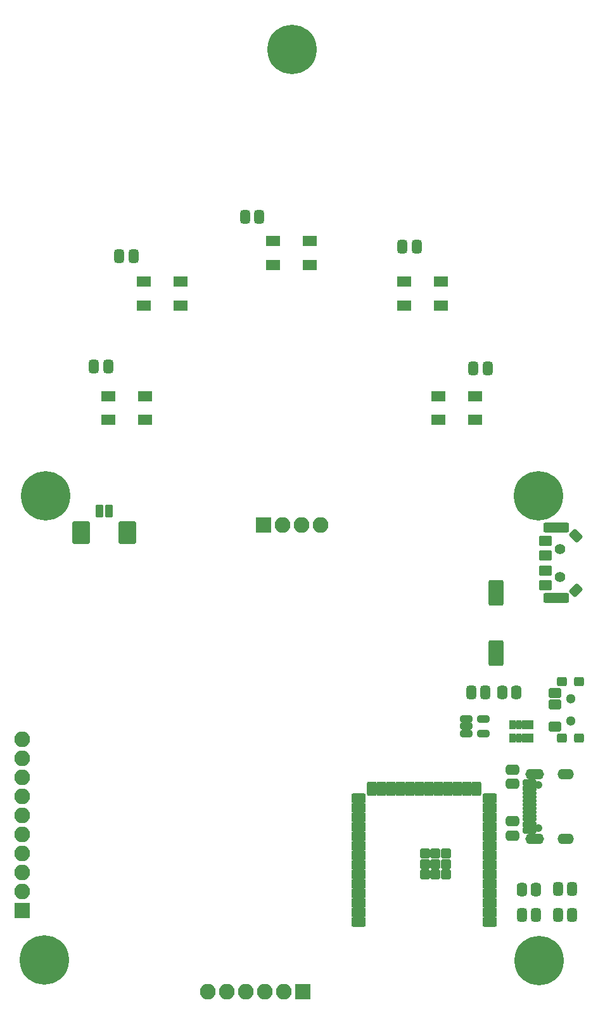
<source format=gbr>
%TF.GenerationSoftware,KiCad,Pcbnew,(6.99.0-1615-g403992a6f4-dirty)*%
%TF.CreationDate,2022-06-06T14:57:22-05:00*%
%TF.ProjectId,DeauthBottom,44656175-7468-4426-9f74-746f6d2e6b69,rev?*%
%TF.SameCoordinates,Original*%
%TF.FileFunction,Soldermask,Top*%
%TF.FilePolarity,Negative*%
%FSLAX46Y46*%
G04 Gerber Fmt 4.6, Leading zero omitted, Abs format (unit mm)*
G04 Created by KiCad (PCBNEW (6.99.0-1615-g403992a6f4-dirty)) date 2022-06-06 14:57:22*
%MOMM*%
%LPD*%
G01*
G04 APERTURE LIST*
G04 Aperture macros list*
%AMRoundRect*
0 Rectangle with rounded corners*
0 $1 Rounding radius*
0 $2 $3 $4 $5 $6 $7 $8 $9 X,Y pos of 4 corners*
0 Add a 4 corners polygon primitive as box body*
4,1,4,$2,$3,$4,$5,$6,$7,$8,$9,$2,$3,0*
0 Add four circle primitives for the rounded corners*
1,1,$1+$1,$2,$3*
1,1,$1+$1,$4,$5*
1,1,$1+$1,$6,$7*
1,1,$1+$1,$8,$9*
0 Add four rect primitives between the rounded corners*
20,1,$1+$1,$2,$3,$4,$5,0*
20,1,$1+$1,$4,$5,$6,$7,0*
20,1,$1+$1,$6,$7,$8,$9,0*
20,1,$1+$1,$8,$9,$2,$3,0*%
G04 Aperture macros list end*
%ADD10C,6.600000*%
%ADD11RoundRect,0.450000X-0.262500X-0.450000X0.262500X-0.450000X0.262500X0.450000X-0.262500X0.450000X0*%
%ADD12RoundRect,0.200000X-0.950000X-1.300000X0.950000X-1.300000X0.950000X1.300000X-0.950000X1.300000X0*%
%ADD13RoundRect,0.200000X-0.300000X-0.675000X0.300000X-0.675000X0.300000X0.675000X-0.300000X0.675000X0*%
%ADD14RoundRect,0.450000X-0.250000X-0.475000X0.250000X-0.475000X0.250000X0.475000X-0.250000X0.475000X0*%
%ADD15RoundRect,0.200000X-0.250000X0.400000X-0.250000X-0.400000X0.250000X-0.400000X0.250000X0.400000X0*%
%ADD16RoundRect,0.200000X-0.200000X0.400000X-0.200000X-0.400000X0.200000X-0.400000X0.200000X0.400000X0*%
%ADD17RoundRect,0.200000X-0.750000X-0.500000X0.750000X-0.500000X0.750000X0.500000X-0.750000X0.500000X0*%
%ADD18RoundRect,0.200000X-1.500000X0.450000X-1.500000X-0.450000X1.500000X-0.450000X1.500000X0.450000X0*%
%ADD19RoundRect,0.200000X0.141421X-0.707107X0.707107X-0.141421X-0.141421X0.707107X-0.707107X0.141421X0*%
%ADD20C,1.400000*%
%ADD21RoundRect,0.200000X-0.707107X-0.141421X-0.141421X-0.707107X0.707107X0.141421X0.141421X0.707107X0*%
%ADD22RoundRect,0.200000X-0.650000X0.500000X-0.650000X-0.500000X0.650000X-0.500000X0.650000X0.500000X0*%
%ADD23RoundRect,0.450000X0.250000X0.475000X-0.250000X0.475000X-0.250000X-0.475000X0.250000X-0.475000X0*%
%ADD24RoundRect,0.200000X0.850000X0.850000X-0.850000X0.850000X-0.850000X-0.850000X0.850000X-0.850000X0*%
%ADD25O,2.100000X2.100000*%
%ADD26RoundRect,0.350000X-0.512500X-0.150000X0.512500X-0.150000X0.512500X0.150000X-0.512500X0.150000X0*%
%ADD27RoundRect,0.450000X-0.475000X0.250000X-0.475000X-0.250000X0.475000X-0.250000X0.475000X0.250000X0*%
%ADD28C,1.050000*%
%ADD29RoundRect,0.200000X0.700000X-0.125000X0.700000X0.125000X-0.700000X0.125000X-0.700000X-0.125000X0*%
%ADD30O,2.500000X1.400000*%
%ADD31O,2.200000X1.400000*%
%ADD32C,1.300000*%
%ADD33RoundRect,0.200000X-0.625000X0.450000X-0.625000X-0.450000X0.625000X-0.450000X0.625000X0.450000X0*%
%ADD34RoundRect,0.200000X-0.450000X0.400000X-0.450000X-0.400000X0.450000X-0.400000X0.450000X0.400000X0*%
%ADD35RoundRect,0.200000X0.850000X-0.850000X0.850000X0.850000X-0.850000X0.850000X-0.850000X-0.850000X0*%
%ADD36RoundRect,0.200000X0.750000X0.450000X-0.750000X0.450000X-0.750000X-0.450000X0.750000X-0.450000X0*%
%ADD37RoundRect,0.200000X-0.450000X0.750000X-0.450000X-0.750000X0.450000X-0.750000X0.450000X0.750000X0*%
%ADD38RoundRect,0.200000X-0.750000X-0.450000X0.750000X-0.450000X0.750000X0.450000X-0.750000X0.450000X0*%
%ADD39RoundRect,0.200000X-0.450000X-0.450000X0.450000X-0.450000X0.450000X0.450000X-0.450000X0.450000X0*%
%ADD40RoundRect,0.200000X-0.800000X1.500000X-0.800000X-1.500000X0.800000X-1.500000X0.800000X1.500000X0*%
%ADD41RoundRect,0.200000X-0.850000X0.850000X-0.850000X-0.850000X0.850000X-0.850000X0.850000X0.850000X0*%
%ADD42RoundRect,0.450000X0.475000X-0.250000X0.475000X0.250000X-0.475000X0.250000X-0.475000X-0.250000X0*%
G04 APERTURE END LIST*
D10*
%TO.C,REF\u002A\u002A*%
X133600000Y-33400000D03*
%TD*%
D11*
%TO.C,R3*%
X161687500Y-119300000D03*
X163512500Y-119300000D03*
%TD*%
D12*
%TO.C,BT1*%
X105425000Y-97910000D03*
X111575000Y-97910000D03*
D13*
X107875000Y-95075000D03*
X109125000Y-95075000D03*
%TD*%
D14*
%TO.C,C10*%
X164312500Y-149000000D03*
X166212500Y-149000000D03*
%TD*%
D10*
%TO.C,J7*%
X166500000Y-93000000D03*
%TD*%
D15*
%TO.C,RN1*%
X165450000Y-123600000D03*
D16*
X164650000Y-123600000D03*
X163850000Y-123600000D03*
D15*
X163050000Y-123600000D03*
X163050000Y-125400000D03*
D16*
X163850000Y-125400000D03*
X164650000Y-125400000D03*
D15*
X165450000Y-125400000D03*
%TD*%
D10*
%TO.C,J5*%
X100600000Y-93000000D03*
%TD*%
D17*
%TO.C,D2*%
X118700000Y-67600000D03*
X118700000Y-64400000D03*
X113800000Y-64400000D03*
X113800000Y-67600000D03*
%TD*%
D18*
%TO.C,U2*%
X168920000Y-97300000D03*
D19*
X171531270Y-98323045D03*
D20*
X169420000Y-100100000D03*
X169420000Y-103900000D03*
D21*
X171531270Y-105676955D03*
D18*
X168920000Y-106700000D03*
D22*
X167470000Y-99000000D03*
X167470000Y-105000000D03*
X167470000Y-103000000D03*
X167470000Y-101000000D03*
%TD*%
D23*
%TO.C,C6*%
X129200000Y-55750000D03*
X127300000Y-55750000D03*
%TD*%
D17*
%TO.C,D1*%
X113950000Y-82900000D03*
X113950000Y-79700000D03*
X109050000Y-79700000D03*
X109050000Y-82900000D03*
%TD*%
D10*
%TO.C,J6*%
X166600000Y-155100000D03*
%TD*%
D24*
%TO.C,J3*%
X97500000Y-148425000D03*
D25*
X97499999Y-145884999D03*
X97499999Y-143344999D03*
X97499999Y-140804999D03*
X97499999Y-138264999D03*
X97499999Y-135724999D03*
X97499999Y-133184999D03*
X97499999Y-130644999D03*
X97499999Y-128104999D03*
X97499999Y-125564999D03*
%TD*%
D14*
%TO.C,C7*%
X148350000Y-59750000D03*
X150250000Y-59750000D03*
%TD*%
D17*
%TO.C,D5*%
X158050000Y-82900000D03*
X158050000Y-79700000D03*
X153150000Y-79700000D03*
X153150000Y-82900000D03*
%TD*%
D26*
%TO.C,U1*%
X156862500Y-122850000D03*
X156862500Y-123800000D03*
X156862500Y-124750000D03*
X159137500Y-124750000D03*
X159137500Y-122850000D03*
%TD*%
D27*
%TO.C,C4*%
X163000000Y-136500000D03*
X163000000Y-138400000D03*
%TD*%
D28*
%TO.C,P1*%
X166512500Y-137390000D03*
X166512500Y-131610000D03*
D29*
X165312500Y-137825000D03*
X165312500Y-137025000D03*
X165312500Y-135750000D03*
X165312500Y-134750000D03*
X165312500Y-134250000D03*
X165312500Y-136250000D03*
X165312500Y-131975000D03*
X165312500Y-131175000D03*
X165312500Y-131425000D03*
X165312500Y-132225000D03*
X165312500Y-132750000D03*
X165312500Y-133750000D03*
X165312500Y-135250000D03*
X165312500Y-133250000D03*
X165312500Y-136775000D03*
X165312500Y-137575000D03*
D30*
X166012499Y-138819999D03*
D31*
X170162499Y-138819999D03*
D30*
X166012499Y-130179999D03*
D31*
X170162499Y-130179999D03*
%TD*%
D14*
%TO.C,C8*%
X169100000Y-149000000D03*
X171000000Y-149000000D03*
%TD*%
D32*
%TO.C,SW4*%
X170800000Y-120100000D03*
X170800000Y-123100000D03*
D33*
X168675000Y-119350000D03*
X168675000Y-120850000D03*
X168675000Y-123850000D03*
D34*
X171950000Y-117800000D03*
X169650000Y-117800000D03*
X171950000Y-125400000D03*
X169650000Y-125410000D03*
%TD*%
D14*
%TO.C,C1*%
X157500000Y-119300000D03*
X159400000Y-119300000D03*
%TD*%
%TO.C,C9*%
X169100000Y-145500000D03*
X171000000Y-145500000D03*
%TD*%
D35*
%TO.C,J2*%
X129750000Y-96950000D03*
D25*
X132289999Y-96949999D03*
X134829999Y-96949999D03*
X137369999Y-96949999D03*
%TD*%
D23*
%TO.C,C5*%
X112400000Y-61000000D03*
X110500000Y-61000000D03*
%TD*%
D17*
%TO.C,D3*%
X135950000Y-62200000D03*
X135950000Y-59000000D03*
X131050000Y-59000000D03*
X131050000Y-62200000D03*
%TD*%
D36*
%TO.C,U7*%
X160000000Y-149910000D03*
X160000000Y-148640000D03*
X160000000Y-147370000D03*
X160000000Y-146100000D03*
X160000000Y-144830000D03*
X160000000Y-143560000D03*
X160000000Y-142290000D03*
X160000000Y-141020000D03*
X160000000Y-139750000D03*
X160000000Y-138480000D03*
X160000000Y-137210000D03*
X160000000Y-135940000D03*
X160000000Y-134670000D03*
X160000000Y-133400000D03*
D37*
X158235000Y-132150000D03*
X156965000Y-132150000D03*
X155695000Y-132150000D03*
X154425000Y-132150000D03*
X153155000Y-132150000D03*
X151885000Y-132150000D03*
X150615000Y-132150000D03*
X149345000Y-132150000D03*
X148075000Y-132150000D03*
X146805000Y-132150000D03*
X145535000Y-132150000D03*
X144265000Y-132150000D03*
D38*
X142500000Y-133400000D03*
X142500000Y-134670000D03*
X142500000Y-135940000D03*
X142500000Y-137210000D03*
X142500000Y-138480000D03*
X142500000Y-139750000D03*
X142500000Y-141020000D03*
X142500000Y-142290000D03*
X142500000Y-143560000D03*
X142500000Y-144830000D03*
X142500000Y-146100000D03*
X142500000Y-147370000D03*
X142500000Y-148640000D03*
X142500000Y-149910000D03*
D39*
X154150000Y-143590000D03*
X154150000Y-142190000D03*
X154150000Y-140790000D03*
X152750000Y-143590000D03*
X152750000Y-142190000D03*
X152750000Y-140790000D03*
X151350000Y-143590000D03*
X151350000Y-142190000D03*
X151350000Y-140790000D03*
%TD*%
D17*
%TO.C,D4*%
X153450000Y-67600000D03*
X153450000Y-64400000D03*
X148550000Y-64400000D03*
X148550000Y-67600000D03*
%TD*%
D40*
%TO.C,BZ1*%
X160800000Y-106000000D03*
X160800000Y-114000000D03*
%TD*%
D14*
%TO.C,C11*%
X157800000Y-76000000D03*
X159700000Y-76000000D03*
%TD*%
D10*
%TO.C,J8*%
X100500000Y-155000000D03*
%TD*%
D11*
%TO.C,R4*%
X164337500Y-145600000D03*
X166162500Y-145600000D03*
%TD*%
D41*
%TO.C,J1*%
X135040000Y-159250000D03*
D25*
X132499999Y-159249999D03*
X129959999Y-159249999D03*
X127419999Y-159249999D03*
X124879999Y-159249999D03*
X122339999Y-159249999D03*
%TD*%
D42*
%TO.C,C3*%
X163000000Y-129600000D03*
X163000000Y-131500000D03*
%TD*%
D14*
%TO.C,C2*%
X107100000Y-75750000D03*
X109000000Y-75750000D03*
%TD*%
M02*

</source>
